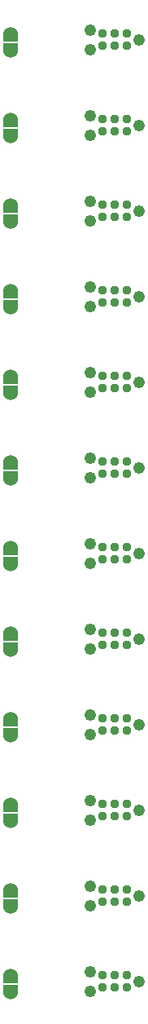
<source format=gbr>
G04 start of page 8 for group -4062 idx -4062 *
G04 Title: (unknown), soldermask *
G04 Creator: pcb 20140316 *
G04 CreationDate: Thu 20 Aug 2020 02:40:32 AM GMT UTC *
G04 For: railfan *
G04 Format: Gerber/RS-274X *
G04 PCB-Dimensions (mil): 2400.00 4300.00 *
G04 PCB-Coordinate-Origin: lower left *
%MOIN*%
%FSLAX25Y25*%
%LNBOTTOMMASK*%
%ADD61C,0.0370*%
%ADD60R,0.0300X0.0300*%
%ADD59C,0.0600*%
%ADD58C,0.0490*%
G54D58*X109000Y302500D03*
Y267500D03*
Y232500D03*
Y197500D03*
X89000Y306500D03*
Y298500D03*
Y271500D03*
Y263500D03*
Y236500D03*
Y228500D03*
Y201500D03*
Y193500D03*
X109000Y372500D03*
X89000Y376500D03*
Y368500D03*
X109000Y337500D03*
X89000Y341500D03*
X109000Y407500D03*
X89000Y411500D03*
Y403500D03*
Y333500D03*
X109000Y162500D03*
Y127500D03*
Y92500D03*
Y57500D03*
X89000Y166500D03*
Y158500D03*
Y131500D03*
Y123500D03*
Y96500D03*
Y88500D03*
Y61500D03*
Y53500D03*
X109000Y22500D03*
X89000Y26500D03*
Y18500D03*
G54D59*X56500Y409900D03*
G54D60*X55000Y408400D02*X58000D01*
G54D59*X56500Y403100D03*
G54D60*X55000Y404600D02*X58000D01*
G54D61*X104000Y405000D03*
Y410000D03*
X99000Y405000D03*
Y410000D03*
X94000Y405000D03*
Y410000D03*
X104000Y370000D03*
Y375000D03*
X99000D03*
X94000D03*
X99000Y370000D03*
X94000D03*
G54D59*X56500Y374900D03*
G54D60*X55000Y373400D02*X58000D01*
G54D59*X56500Y368100D03*
G54D60*X55000Y369600D02*X58000D01*
G54D59*X56500Y333100D03*
G54D60*X55000Y334600D02*X58000D01*
G54D59*X56500Y339900D03*
G54D60*X55000Y338400D02*X58000D01*
G54D59*X56500Y304900D03*
G54D60*X55000Y303400D02*X58000D01*
X55000Y299600D02*X58000D01*
G54D59*X56500Y298100D03*
Y269900D03*
G54D60*X55000Y268400D02*X58000D01*
X55000Y264600D02*X58000D01*
G54D59*X56500Y263100D03*
G54D61*X104000Y335000D03*
Y340000D03*
X99000Y335000D03*
Y340000D03*
X94000Y335000D03*
Y340000D03*
X104000Y300000D03*
Y305000D03*
X99000D03*
X94000D03*
X99000Y300000D03*
X94000D03*
X104000Y265000D03*
Y270000D03*
X99000D03*
X94000D03*
X99000Y265000D03*
X94000D03*
G54D59*X56500Y234900D03*
G54D60*X55000Y233400D02*X58000D01*
X55000Y229600D02*X58000D01*
G54D59*X56500Y228100D03*
Y199900D03*
G54D60*X55000Y198400D02*X58000D01*
X55000Y194600D02*X58000D01*
G54D59*X56500Y193100D03*
G54D61*X104000Y230000D03*
Y235000D03*
X99000D03*
X94000D03*
X99000Y230000D03*
X94000D03*
X104000Y195000D03*
Y200000D03*
X99000D03*
X94000D03*
X99000Y195000D03*
X94000D03*
X104000Y160000D03*
Y165000D03*
X99000D03*
X94000D03*
X99000Y160000D03*
X94000D03*
X104000Y125000D03*
Y130000D03*
X99000D03*
X94000D03*
X99000Y125000D03*
X94000D03*
X104000Y90000D03*
Y95000D03*
X99000D03*
X94000D03*
X99000Y90000D03*
X94000D03*
X104000Y55000D03*
Y60000D03*
X99000D03*
X94000D03*
X99000Y55000D03*
X94000D03*
X104000Y20000D03*
Y25000D03*
X99000D03*
X94000D03*
X99000Y20000D03*
X94000D03*
G54D59*X56500Y164900D03*
G54D60*X55000Y163400D02*X58000D01*
X55000Y159600D02*X58000D01*
G54D59*X56500Y158100D03*
Y129900D03*
G54D60*X55000Y128400D02*X58000D01*
X55000Y124600D02*X58000D01*
G54D59*X56500Y123100D03*
Y94900D03*
G54D60*X55000Y93400D02*X58000D01*
X55000Y89600D02*X58000D01*
G54D59*X56500Y88100D03*
Y59900D03*
G54D60*X55000Y58400D02*X58000D01*
X55000Y54600D02*X58000D01*
G54D59*X56500Y53100D03*
Y24900D03*
G54D60*X55000Y23400D02*X58000D01*
X55000Y19600D02*X58000D01*
G54D59*X56500Y18100D03*
M02*

</source>
